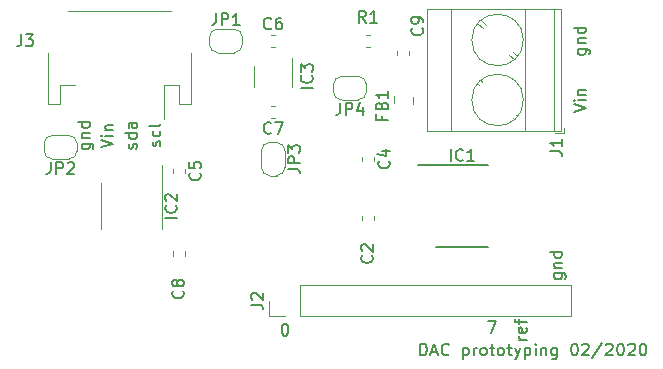
<source format=gto>
G04 #@! TF.GenerationSoftware,KiCad,Pcbnew,(5.1.5-0)*
G04 #@! TF.CreationDate,2020-02-09T15:42:12-07:00*
G04 #@! TF.ProjectId,dac_proto,6461635f-7072-46f7-946f-2e6b69636164,rev?*
G04 #@! TF.SameCoordinates,Original*
G04 #@! TF.FileFunction,Legend,Top*
G04 #@! TF.FilePolarity,Positive*
%FSLAX46Y46*%
G04 Gerber Fmt 4.6, Leading zero omitted, Abs format (unit mm)*
G04 Created by KiCad (PCBNEW (5.1.5-0)) date 2020-02-09 15:42:12*
%MOMM*%
%LPD*%
G04 APERTURE LIST*
%ADD10C,0.150000*%
%ADD11C,0.120000*%
G04 APERTURE END LIST*
D10*
X204166666Y-100702380D02*
X204833333Y-100702380D01*
X204404761Y-101702380D01*
X186952380Y-100952380D02*
X187047619Y-100952380D01*
X187142857Y-101000000D01*
X187190476Y-101047619D01*
X187238095Y-101142857D01*
X187285714Y-101333333D01*
X187285714Y-101571428D01*
X187238095Y-101761904D01*
X187190476Y-101857142D01*
X187142857Y-101904761D01*
X187047619Y-101952380D01*
X186952380Y-101952380D01*
X186857142Y-101904761D01*
X186809523Y-101857142D01*
X186761904Y-101761904D01*
X186714285Y-101571428D01*
X186714285Y-101333333D01*
X186761904Y-101142857D01*
X186809523Y-101047619D01*
X186857142Y-101000000D01*
X186952380Y-100952380D01*
X207452380Y-102285714D02*
X206785714Y-102285714D01*
X206976190Y-102285714D02*
X206880952Y-102238095D01*
X206833333Y-102190476D01*
X206785714Y-102095238D01*
X206785714Y-102000000D01*
X207404761Y-101285714D02*
X207452380Y-101380952D01*
X207452380Y-101571428D01*
X207404761Y-101666666D01*
X207309523Y-101714285D01*
X206928571Y-101714285D01*
X206833333Y-101666666D01*
X206785714Y-101571428D01*
X206785714Y-101380952D01*
X206833333Y-101285714D01*
X206928571Y-101238095D01*
X207023809Y-101238095D01*
X207119047Y-101714285D01*
X206785714Y-100952380D02*
X206785714Y-100571428D01*
X207452380Y-100809523D02*
X206595238Y-100809523D01*
X206500000Y-100761904D01*
X206452380Y-100666666D01*
X206452380Y-100571428D01*
X209785714Y-96690476D02*
X210595238Y-96690476D01*
X210690476Y-96738095D01*
X210738095Y-96785714D01*
X210785714Y-96880952D01*
X210785714Y-97023809D01*
X210738095Y-97119047D01*
X210404761Y-96690476D02*
X210452380Y-96785714D01*
X210452380Y-96976190D01*
X210404761Y-97071428D01*
X210357142Y-97119047D01*
X210261904Y-97166666D01*
X209976190Y-97166666D01*
X209880952Y-97119047D01*
X209833333Y-97071428D01*
X209785714Y-96976190D01*
X209785714Y-96785714D01*
X209833333Y-96690476D01*
X209785714Y-96214285D02*
X210452380Y-96214285D01*
X209880952Y-96214285D02*
X209833333Y-96166666D01*
X209785714Y-96071428D01*
X209785714Y-95928571D01*
X209833333Y-95833333D01*
X209928571Y-95785714D01*
X210452380Y-95785714D01*
X210452380Y-94880952D02*
X209452380Y-94880952D01*
X210404761Y-94880952D02*
X210452380Y-94976190D01*
X210452380Y-95166666D01*
X210404761Y-95261904D01*
X210357142Y-95309523D01*
X210261904Y-95357142D01*
X209976190Y-95357142D01*
X209880952Y-95309523D01*
X209833333Y-95261904D01*
X209785714Y-95166666D01*
X209785714Y-94976190D01*
X209833333Y-94880952D01*
X211785714Y-77690476D02*
X212595238Y-77690476D01*
X212690476Y-77738095D01*
X212738095Y-77785714D01*
X212785714Y-77880952D01*
X212785714Y-78023809D01*
X212738095Y-78119047D01*
X212404761Y-77690476D02*
X212452380Y-77785714D01*
X212452380Y-77976190D01*
X212404761Y-78071428D01*
X212357142Y-78119047D01*
X212261904Y-78166666D01*
X211976190Y-78166666D01*
X211880952Y-78119047D01*
X211833333Y-78071428D01*
X211785714Y-77976190D01*
X211785714Y-77785714D01*
X211833333Y-77690476D01*
X211785714Y-77214285D02*
X212452380Y-77214285D01*
X211880952Y-77214285D02*
X211833333Y-77166666D01*
X211785714Y-77071428D01*
X211785714Y-76928571D01*
X211833333Y-76833333D01*
X211928571Y-76785714D01*
X212452380Y-76785714D01*
X212452380Y-75880952D02*
X211452380Y-75880952D01*
X212404761Y-75880952D02*
X212452380Y-75976190D01*
X212452380Y-76166666D01*
X212404761Y-76261904D01*
X212357142Y-76309523D01*
X212261904Y-76357142D01*
X211976190Y-76357142D01*
X211880952Y-76309523D01*
X211833333Y-76261904D01*
X211785714Y-76166666D01*
X211785714Y-75976190D01*
X211833333Y-75880952D01*
X211452380Y-83023809D02*
X212452380Y-82690476D01*
X211452380Y-82357142D01*
X212452380Y-82023809D02*
X211785714Y-82023809D01*
X211452380Y-82023809D02*
X211500000Y-82071428D01*
X211547619Y-82023809D01*
X211500000Y-81976190D01*
X211452380Y-82023809D01*
X211547619Y-82023809D01*
X211785714Y-81547619D02*
X212452380Y-81547619D01*
X211880952Y-81547619D02*
X211833333Y-81500000D01*
X211785714Y-81404761D01*
X211785714Y-81261904D01*
X211833333Y-81166666D01*
X211928571Y-81119047D01*
X212452380Y-81119047D01*
X174404761Y-86119047D02*
X174452380Y-86023809D01*
X174452380Y-85833333D01*
X174404761Y-85738095D01*
X174309523Y-85690476D01*
X174261904Y-85690476D01*
X174166666Y-85738095D01*
X174119047Y-85833333D01*
X174119047Y-85976190D01*
X174071428Y-86071428D01*
X173976190Y-86119047D01*
X173928571Y-86119047D01*
X173833333Y-86071428D01*
X173785714Y-85976190D01*
X173785714Y-85833333D01*
X173833333Y-85738095D01*
X174452380Y-84833333D02*
X173452380Y-84833333D01*
X174404761Y-84833333D02*
X174452380Y-84928571D01*
X174452380Y-85119047D01*
X174404761Y-85214285D01*
X174357142Y-85261904D01*
X174261904Y-85309523D01*
X173976190Y-85309523D01*
X173880952Y-85261904D01*
X173833333Y-85214285D01*
X173785714Y-85119047D01*
X173785714Y-84928571D01*
X173833333Y-84833333D01*
X174452380Y-83928571D02*
X173928571Y-83928571D01*
X173833333Y-83976190D01*
X173785714Y-84071428D01*
X173785714Y-84261904D01*
X173833333Y-84357142D01*
X174404761Y-83928571D02*
X174452380Y-84023809D01*
X174452380Y-84261904D01*
X174404761Y-84357142D01*
X174309523Y-84404761D01*
X174214285Y-84404761D01*
X174119047Y-84357142D01*
X174071428Y-84261904D01*
X174071428Y-84023809D01*
X174023809Y-83928571D01*
X176404761Y-85904761D02*
X176452380Y-85809523D01*
X176452380Y-85619047D01*
X176404761Y-85523809D01*
X176309523Y-85476190D01*
X176261904Y-85476190D01*
X176166666Y-85523809D01*
X176119047Y-85619047D01*
X176119047Y-85761904D01*
X176071428Y-85857142D01*
X175976190Y-85904761D01*
X175928571Y-85904761D01*
X175833333Y-85857142D01*
X175785714Y-85761904D01*
X175785714Y-85619047D01*
X175833333Y-85523809D01*
X176404761Y-84619047D02*
X176452380Y-84714285D01*
X176452380Y-84904761D01*
X176404761Y-85000000D01*
X176357142Y-85047619D01*
X176261904Y-85095238D01*
X175976190Y-85095238D01*
X175880952Y-85047619D01*
X175833333Y-85000000D01*
X175785714Y-84904761D01*
X175785714Y-84714285D01*
X175833333Y-84619047D01*
X176452380Y-84047619D02*
X176404761Y-84142857D01*
X176309523Y-84190476D01*
X175452380Y-84190476D01*
X171452380Y-86023809D02*
X172452380Y-85690476D01*
X171452380Y-85357142D01*
X172452380Y-85023809D02*
X171785714Y-85023809D01*
X171452380Y-85023809D02*
X171500000Y-85071428D01*
X171547619Y-85023809D01*
X171500000Y-84976190D01*
X171452380Y-85023809D01*
X171547619Y-85023809D01*
X171785714Y-84547619D02*
X172452380Y-84547619D01*
X171880952Y-84547619D02*
X171833333Y-84500000D01*
X171785714Y-84404761D01*
X171785714Y-84261904D01*
X171833333Y-84166666D01*
X171928571Y-84119047D01*
X172452380Y-84119047D01*
X169785714Y-85690476D02*
X170595238Y-85690476D01*
X170690476Y-85738095D01*
X170738095Y-85785714D01*
X170785714Y-85880952D01*
X170785714Y-86023809D01*
X170738095Y-86119047D01*
X170404761Y-85690476D02*
X170452380Y-85785714D01*
X170452380Y-85976190D01*
X170404761Y-86071428D01*
X170357142Y-86119047D01*
X170261904Y-86166666D01*
X169976190Y-86166666D01*
X169880952Y-86119047D01*
X169833333Y-86071428D01*
X169785714Y-85976190D01*
X169785714Y-85785714D01*
X169833333Y-85690476D01*
X169785714Y-85214285D02*
X170452380Y-85214285D01*
X169880952Y-85214285D02*
X169833333Y-85166666D01*
X169785714Y-85071428D01*
X169785714Y-84928571D01*
X169833333Y-84833333D01*
X169928571Y-84785714D01*
X170452380Y-84785714D01*
X170452380Y-83880952D02*
X169452380Y-83880952D01*
X170404761Y-83880952D02*
X170452380Y-83976190D01*
X170452380Y-84166666D01*
X170404761Y-84261904D01*
X170357142Y-84309523D01*
X170261904Y-84357142D01*
X169976190Y-84357142D01*
X169880952Y-84309523D01*
X169833333Y-84261904D01*
X169785714Y-84166666D01*
X169785714Y-83976190D01*
X169833333Y-83880952D01*
X198452380Y-103627380D02*
X198452380Y-102627380D01*
X198690476Y-102627380D01*
X198833333Y-102675000D01*
X198928571Y-102770238D01*
X198976190Y-102865476D01*
X199023809Y-103055952D01*
X199023809Y-103198809D01*
X198976190Y-103389285D01*
X198928571Y-103484523D01*
X198833333Y-103579761D01*
X198690476Y-103627380D01*
X198452380Y-103627380D01*
X199404761Y-103341666D02*
X199880952Y-103341666D01*
X199309523Y-103627380D02*
X199642857Y-102627380D01*
X199976190Y-103627380D01*
X200880952Y-103532142D02*
X200833333Y-103579761D01*
X200690476Y-103627380D01*
X200595238Y-103627380D01*
X200452380Y-103579761D01*
X200357142Y-103484523D01*
X200309523Y-103389285D01*
X200261904Y-103198809D01*
X200261904Y-103055952D01*
X200309523Y-102865476D01*
X200357142Y-102770238D01*
X200452380Y-102675000D01*
X200595238Y-102627380D01*
X200690476Y-102627380D01*
X200833333Y-102675000D01*
X200880952Y-102722619D01*
X202071428Y-102960714D02*
X202071428Y-103960714D01*
X202071428Y-103008333D02*
X202166666Y-102960714D01*
X202357142Y-102960714D01*
X202452380Y-103008333D01*
X202500000Y-103055952D01*
X202547619Y-103151190D01*
X202547619Y-103436904D01*
X202500000Y-103532142D01*
X202452380Y-103579761D01*
X202357142Y-103627380D01*
X202166666Y-103627380D01*
X202071428Y-103579761D01*
X202976190Y-103627380D02*
X202976190Y-102960714D01*
X202976190Y-103151190D02*
X203023809Y-103055952D01*
X203071428Y-103008333D01*
X203166666Y-102960714D01*
X203261904Y-102960714D01*
X203738095Y-103627380D02*
X203642857Y-103579761D01*
X203595238Y-103532142D01*
X203547619Y-103436904D01*
X203547619Y-103151190D01*
X203595238Y-103055952D01*
X203642857Y-103008333D01*
X203738095Y-102960714D01*
X203880952Y-102960714D01*
X203976190Y-103008333D01*
X204023809Y-103055952D01*
X204071428Y-103151190D01*
X204071428Y-103436904D01*
X204023809Y-103532142D01*
X203976190Y-103579761D01*
X203880952Y-103627380D01*
X203738095Y-103627380D01*
X204357142Y-102960714D02*
X204738095Y-102960714D01*
X204500000Y-102627380D02*
X204500000Y-103484523D01*
X204547619Y-103579761D01*
X204642857Y-103627380D01*
X204738095Y-103627380D01*
X205214285Y-103627380D02*
X205119047Y-103579761D01*
X205071428Y-103532142D01*
X205023809Y-103436904D01*
X205023809Y-103151190D01*
X205071428Y-103055952D01*
X205119047Y-103008333D01*
X205214285Y-102960714D01*
X205357142Y-102960714D01*
X205452380Y-103008333D01*
X205500000Y-103055952D01*
X205547619Y-103151190D01*
X205547619Y-103436904D01*
X205500000Y-103532142D01*
X205452380Y-103579761D01*
X205357142Y-103627380D01*
X205214285Y-103627380D01*
X205833333Y-102960714D02*
X206214285Y-102960714D01*
X205976190Y-102627380D02*
X205976190Y-103484523D01*
X206023809Y-103579761D01*
X206119047Y-103627380D01*
X206214285Y-103627380D01*
X206452380Y-102960714D02*
X206690476Y-103627380D01*
X206928571Y-102960714D02*
X206690476Y-103627380D01*
X206595238Y-103865476D01*
X206547619Y-103913095D01*
X206452380Y-103960714D01*
X207309523Y-102960714D02*
X207309523Y-103960714D01*
X207309523Y-103008333D02*
X207404761Y-102960714D01*
X207595238Y-102960714D01*
X207690476Y-103008333D01*
X207738095Y-103055952D01*
X207785714Y-103151190D01*
X207785714Y-103436904D01*
X207738095Y-103532142D01*
X207690476Y-103579761D01*
X207595238Y-103627380D01*
X207404761Y-103627380D01*
X207309523Y-103579761D01*
X208214285Y-103627380D02*
X208214285Y-102960714D01*
X208214285Y-102627380D02*
X208166666Y-102675000D01*
X208214285Y-102722619D01*
X208261904Y-102675000D01*
X208214285Y-102627380D01*
X208214285Y-102722619D01*
X208690476Y-102960714D02*
X208690476Y-103627380D01*
X208690476Y-103055952D02*
X208738095Y-103008333D01*
X208833333Y-102960714D01*
X208976190Y-102960714D01*
X209071428Y-103008333D01*
X209119047Y-103103571D01*
X209119047Y-103627380D01*
X210023809Y-102960714D02*
X210023809Y-103770238D01*
X209976190Y-103865476D01*
X209928571Y-103913095D01*
X209833333Y-103960714D01*
X209690476Y-103960714D01*
X209595238Y-103913095D01*
X210023809Y-103579761D02*
X209928571Y-103627380D01*
X209738095Y-103627380D01*
X209642857Y-103579761D01*
X209595238Y-103532142D01*
X209547619Y-103436904D01*
X209547619Y-103151190D01*
X209595238Y-103055952D01*
X209642857Y-103008333D01*
X209738095Y-102960714D01*
X209928571Y-102960714D01*
X210023809Y-103008333D01*
X211452380Y-102627380D02*
X211547619Y-102627380D01*
X211642857Y-102675000D01*
X211690476Y-102722619D01*
X211738095Y-102817857D01*
X211785714Y-103008333D01*
X211785714Y-103246428D01*
X211738095Y-103436904D01*
X211690476Y-103532142D01*
X211642857Y-103579761D01*
X211547619Y-103627380D01*
X211452380Y-103627380D01*
X211357142Y-103579761D01*
X211309523Y-103532142D01*
X211261904Y-103436904D01*
X211214285Y-103246428D01*
X211214285Y-103008333D01*
X211261904Y-102817857D01*
X211309523Y-102722619D01*
X211357142Y-102675000D01*
X211452380Y-102627380D01*
X212166666Y-102722619D02*
X212214285Y-102675000D01*
X212309523Y-102627380D01*
X212547619Y-102627380D01*
X212642857Y-102675000D01*
X212690476Y-102722619D01*
X212738095Y-102817857D01*
X212738095Y-102913095D01*
X212690476Y-103055952D01*
X212119047Y-103627380D01*
X212738095Y-103627380D01*
X213880952Y-102579761D02*
X213023809Y-103865476D01*
X214166666Y-102722619D02*
X214214285Y-102675000D01*
X214309523Y-102627380D01*
X214547619Y-102627380D01*
X214642857Y-102675000D01*
X214690476Y-102722619D01*
X214738095Y-102817857D01*
X214738095Y-102913095D01*
X214690476Y-103055952D01*
X214119047Y-103627380D01*
X214738095Y-103627380D01*
X215357142Y-102627380D02*
X215452380Y-102627380D01*
X215547619Y-102675000D01*
X215595238Y-102722619D01*
X215642857Y-102817857D01*
X215690476Y-103008333D01*
X215690476Y-103246428D01*
X215642857Y-103436904D01*
X215595238Y-103532142D01*
X215547619Y-103579761D01*
X215452380Y-103627380D01*
X215357142Y-103627380D01*
X215261904Y-103579761D01*
X215214285Y-103532142D01*
X215166666Y-103436904D01*
X215119047Y-103246428D01*
X215119047Y-103008333D01*
X215166666Y-102817857D01*
X215214285Y-102722619D01*
X215261904Y-102675000D01*
X215357142Y-102627380D01*
X216071428Y-102722619D02*
X216119047Y-102675000D01*
X216214285Y-102627380D01*
X216452380Y-102627380D01*
X216547619Y-102675000D01*
X216595238Y-102722619D01*
X216642857Y-102817857D01*
X216642857Y-102913095D01*
X216595238Y-103055952D01*
X216023809Y-103627380D01*
X216642857Y-103627380D01*
X217261904Y-102627380D02*
X217357142Y-102627380D01*
X217452380Y-102675000D01*
X217499999Y-102722619D01*
X217547619Y-102817857D01*
X217595238Y-103008333D01*
X217595238Y-103246428D01*
X217547619Y-103436904D01*
X217499999Y-103532142D01*
X217452380Y-103579761D01*
X217357142Y-103627380D01*
X217261904Y-103627380D01*
X217166666Y-103579761D01*
X217119047Y-103532142D01*
X217071428Y-103436904D01*
X217023809Y-103246428D01*
X217023809Y-103008333D01*
X217071428Y-102817857D01*
X217119047Y-102722619D01*
X217166666Y-102675000D01*
X217261904Y-102627380D01*
D11*
X187610000Y-80900000D02*
X187610000Y-78450000D01*
X184390000Y-79100000D02*
X184390000Y-80900000D01*
X194171267Y-76490000D02*
X193828733Y-76490000D01*
X194171267Y-77510000D02*
X193828733Y-77510000D01*
X193200000Y-82000000D02*
X191800000Y-82000000D01*
X191100000Y-81300000D02*
X191100000Y-80700000D01*
X191800000Y-80000000D02*
X193200000Y-80000000D01*
X193900000Y-80700000D02*
X193900000Y-81300000D01*
X193900000Y-81300000D02*
G75*
G02X193200000Y-82000000I-700000J0D01*
G01*
X193200000Y-80000000D02*
G75*
G02X193900000Y-80700000I0J-700000D01*
G01*
X191100000Y-80700000D02*
G75*
G02X191800000Y-80000000I700000J0D01*
G01*
X191800000Y-82000000D02*
G75*
G02X191100000Y-81300000I0J700000D01*
G01*
X187000000Y-86300000D02*
X187000000Y-87700000D01*
X186300000Y-88400000D02*
X185700000Y-88400000D01*
X185000000Y-87700000D02*
X185000000Y-86300000D01*
X185700000Y-85600000D02*
X186300000Y-85600000D01*
X186300000Y-85600000D02*
G75*
G02X187000000Y-86300000I0J-700000D01*
G01*
X185000000Y-86300000D02*
G75*
G02X185700000Y-85600000I700000J0D01*
G01*
X185700000Y-88400000D02*
G75*
G02X185000000Y-87700000I0J700000D01*
G01*
X187000000Y-87700000D02*
G75*
G02X186300000Y-88400000I-700000J0D01*
G01*
X168700000Y-87000000D02*
X167300000Y-87000000D01*
X166600000Y-86300000D02*
X166600000Y-85700000D01*
X167300000Y-85000000D02*
X168700000Y-85000000D01*
X169400000Y-85700000D02*
X169400000Y-86300000D01*
X169400000Y-86300000D02*
G75*
G02X168700000Y-87000000I-700000J0D01*
G01*
X168700000Y-85000000D02*
G75*
G02X169400000Y-85700000I0J-700000D01*
G01*
X166600000Y-85700000D02*
G75*
G02X167300000Y-85000000I700000J0D01*
G01*
X167300000Y-87000000D02*
G75*
G02X166600000Y-86300000I0J700000D01*
G01*
X181300000Y-76000000D02*
X182700000Y-76000000D01*
X183400000Y-76700000D02*
X183400000Y-77300000D01*
X182700000Y-78000000D02*
X181300000Y-78000000D01*
X180600000Y-77300000D02*
X180600000Y-76700000D01*
X180600000Y-76700000D02*
G75*
G02X181300000Y-76000000I700000J0D01*
G01*
X181300000Y-78000000D02*
G75*
G02X180600000Y-77300000I0J700000D01*
G01*
X183400000Y-77300000D02*
G75*
G02X182700000Y-78000000I-700000J0D01*
G01*
X182700000Y-76000000D02*
G75*
G02X183400000Y-76700000I0J-700000D01*
G01*
X210600000Y-84840000D02*
X210600000Y-84340000D01*
X209860000Y-84840000D02*
X210600000Y-84840000D01*
X205992000Y-78178000D02*
X206388000Y-78573000D01*
X203346000Y-75532000D02*
X203726000Y-75912000D01*
X206274000Y-77927000D02*
X206654000Y-78307000D01*
X203612000Y-75266000D02*
X204008000Y-75661000D01*
X206281000Y-83548000D02*
X206388000Y-83654000D01*
X203346000Y-80612000D02*
X203453000Y-80719000D01*
X206547000Y-83282000D02*
X206654000Y-83388000D01*
X203612000Y-80346000D02*
X203719000Y-80453000D01*
X199040000Y-74320000D02*
X210360000Y-74320000D01*
X199040000Y-84600000D02*
X210360000Y-84600000D01*
X210360000Y-84600000D02*
X210360000Y-74320000D01*
X199040000Y-84600000D02*
X199040000Y-74320000D01*
X201100000Y-84600000D02*
X201100000Y-74320000D01*
X207300000Y-84600000D02*
X207300000Y-74320000D01*
X209800000Y-84600000D02*
X209800000Y-74320000D01*
X207180000Y-76920000D02*
G75*
G03X207180000Y-76920000I-2180000J0D01*
G01*
X207180000Y-82000000D02*
G75*
G03X207180000Y-82000000I-2180000J0D01*
G01*
X185670000Y-100330000D02*
X185670000Y-99000000D01*
X187000000Y-100330000D02*
X185670000Y-100330000D01*
X188270000Y-100330000D02*
X188270000Y-97670000D01*
X188270000Y-97670000D02*
X211190000Y-97670000D01*
X188270000Y-100330000D02*
X211190000Y-100330000D01*
X211190000Y-100330000D02*
X211190000Y-97670000D01*
X177340000Y-74490000D02*
X168660000Y-74490000D01*
X167960000Y-80710000D02*
X169240000Y-80710000D01*
X167960000Y-82310000D02*
X167960000Y-80710000D01*
X166940000Y-82310000D02*
X167960000Y-82310000D01*
X166940000Y-78060000D02*
X166940000Y-82310000D01*
X176760000Y-80710000D02*
X176760000Y-83600000D01*
X178040000Y-80710000D02*
X176760000Y-80710000D01*
X178040000Y-82310000D02*
X178040000Y-80710000D01*
X179060000Y-82310000D02*
X178040000Y-82310000D01*
X179060000Y-78060000D02*
X179060000Y-82310000D01*
X176560000Y-91000000D02*
X176560000Y-87550000D01*
X176560000Y-91000000D02*
X176560000Y-92950000D01*
X171440000Y-91000000D02*
X171440000Y-89050000D01*
X171440000Y-91000000D02*
X171440000Y-92950000D01*
D10*
X198250000Y-87550000D02*
X204225000Y-87550000D01*
X199775000Y-94450000D02*
X204225000Y-94450000D01*
D11*
X196200000Y-82300000D02*
X196200000Y-81700000D01*
X197800000Y-82320000D02*
X197800000Y-81720000D01*
X197510000Y-78171267D02*
X197510000Y-77828733D01*
X196490000Y-78171267D02*
X196490000Y-77828733D01*
X177490000Y-94828733D02*
X177490000Y-95171267D01*
X178510000Y-94828733D02*
X178510000Y-95171267D01*
X186171267Y-82490000D02*
X185828733Y-82490000D01*
X186171267Y-83510000D02*
X185828733Y-83510000D01*
X185828733Y-77510000D02*
X186171267Y-77510000D01*
X185828733Y-76490000D02*
X186171267Y-76490000D01*
X177490000Y-87828733D02*
X177490000Y-88171267D01*
X178510000Y-87828733D02*
X178510000Y-88171267D01*
X193490000Y-86828733D02*
X193490000Y-87171267D01*
X194510000Y-86828733D02*
X194510000Y-87171267D01*
X194510000Y-92171267D02*
X194510000Y-91828733D01*
X193490000Y-92171267D02*
X193490000Y-91828733D01*
D10*
X189352380Y-80976190D02*
X188352380Y-80976190D01*
X189257142Y-79928571D02*
X189304761Y-79976190D01*
X189352380Y-80119047D01*
X189352380Y-80214285D01*
X189304761Y-80357142D01*
X189209523Y-80452380D01*
X189114285Y-80500000D01*
X188923809Y-80547619D01*
X188780952Y-80547619D01*
X188590476Y-80500000D01*
X188495238Y-80452380D01*
X188400000Y-80357142D01*
X188352380Y-80214285D01*
X188352380Y-80119047D01*
X188400000Y-79976190D01*
X188447619Y-79928571D01*
X188352380Y-79595238D02*
X188352380Y-78976190D01*
X188733333Y-79309523D01*
X188733333Y-79166666D01*
X188780952Y-79071428D01*
X188828571Y-79023809D01*
X188923809Y-78976190D01*
X189161904Y-78976190D01*
X189257142Y-79023809D01*
X189304761Y-79071428D01*
X189352380Y-79166666D01*
X189352380Y-79452380D01*
X189304761Y-79547619D01*
X189257142Y-79595238D01*
X193833333Y-75452380D02*
X193500000Y-74976190D01*
X193261904Y-75452380D02*
X193261904Y-74452380D01*
X193642857Y-74452380D01*
X193738095Y-74500000D01*
X193785714Y-74547619D01*
X193833333Y-74642857D01*
X193833333Y-74785714D01*
X193785714Y-74880952D01*
X193738095Y-74928571D01*
X193642857Y-74976190D01*
X193261904Y-74976190D01*
X194785714Y-75452380D02*
X194214285Y-75452380D01*
X194500000Y-75452380D02*
X194500000Y-74452380D01*
X194404761Y-74595238D01*
X194309523Y-74690476D01*
X194214285Y-74738095D01*
X191666666Y-82252380D02*
X191666666Y-82966666D01*
X191619047Y-83109523D01*
X191523809Y-83204761D01*
X191380952Y-83252380D01*
X191285714Y-83252380D01*
X192142857Y-83252380D02*
X192142857Y-82252380D01*
X192523809Y-82252380D01*
X192619047Y-82300000D01*
X192666666Y-82347619D01*
X192714285Y-82442857D01*
X192714285Y-82585714D01*
X192666666Y-82680952D01*
X192619047Y-82728571D01*
X192523809Y-82776190D01*
X192142857Y-82776190D01*
X193571428Y-82585714D02*
X193571428Y-83252380D01*
X193333333Y-82204761D02*
X193095238Y-82919047D01*
X193714285Y-82919047D01*
X187252380Y-87833333D02*
X187966666Y-87833333D01*
X188109523Y-87880952D01*
X188204761Y-87976190D01*
X188252380Y-88119047D01*
X188252380Y-88214285D01*
X188252380Y-87357142D02*
X187252380Y-87357142D01*
X187252380Y-86976190D01*
X187300000Y-86880952D01*
X187347619Y-86833333D01*
X187442857Y-86785714D01*
X187585714Y-86785714D01*
X187680952Y-86833333D01*
X187728571Y-86880952D01*
X187776190Y-86976190D01*
X187776190Y-87357142D01*
X187252380Y-86452380D02*
X187252380Y-85833333D01*
X187633333Y-86166666D01*
X187633333Y-86023809D01*
X187680952Y-85928571D01*
X187728571Y-85880952D01*
X187823809Y-85833333D01*
X188061904Y-85833333D01*
X188157142Y-85880952D01*
X188204761Y-85928571D01*
X188252380Y-86023809D01*
X188252380Y-86309523D01*
X188204761Y-86404761D01*
X188157142Y-86452380D01*
X167166666Y-87252380D02*
X167166666Y-87966666D01*
X167119047Y-88109523D01*
X167023809Y-88204761D01*
X166880952Y-88252380D01*
X166785714Y-88252380D01*
X167642857Y-88252380D02*
X167642857Y-87252380D01*
X168023809Y-87252380D01*
X168119047Y-87300000D01*
X168166666Y-87347619D01*
X168214285Y-87442857D01*
X168214285Y-87585714D01*
X168166666Y-87680952D01*
X168119047Y-87728571D01*
X168023809Y-87776190D01*
X167642857Y-87776190D01*
X168595238Y-87347619D02*
X168642857Y-87300000D01*
X168738095Y-87252380D01*
X168976190Y-87252380D01*
X169071428Y-87300000D01*
X169119047Y-87347619D01*
X169166666Y-87442857D01*
X169166666Y-87538095D01*
X169119047Y-87680952D01*
X168547619Y-88252380D01*
X169166666Y-88252380D01*
X181166666Y-74652380D02*
X181166666Y-75366666D01*
X181119047Y-75509523D01*
X181023809Y-75604761D01*
X180880952Y-75652380D01*
X180785714Y-75652380D01*
X181642857Y-75652380D02*
X181642857Y-74652380D01*
X182023809Y-74652380D01*
X182119047Y-74700000D01*
X182166666Y-74747619D01*
X182214285Y-74842857D01*
X182214285Y-74985714D01*
X182166666Y-75080952D01*
X182119047Y-75128571D01*
X182023809Y-75176190D01*
X181642857Y-75176190D01*
X183166666Y-75652380D02*
X182595238Y-75652380D01*
X182880952Y-75652380D02*
X182880952Y-74652380D01*
X182785714Y-74795238D01*
X182690476Y-74890476D01*
X182595238Y-74938095D01*
X209452380Y-86333333D02*
X210166666Y-86333333D01*
X210309523Y-86380952D01*
X210404761Y-86476190D01*
X210452380Y-86619047D01*
X210452380Y-86714285D01*
X210452380Y-85333333D02*
X210452380Y-85904761D01*
X210452380Y-85619047D02*
X209452380Y-85619047D01*
X209595238Y-85714285D01*
X209690476Y-85809523D01*
X209738095Y-85904761D01*
X184122380Y-99333333D02*
X184836666Y-99333333D01*
X184979523Y-99380952D01*
X185074761Y-99476190D01*
X185122380Y-99619047D01*
X185122380Y-99714285D01*
X184217619Y-98904761D02*
X184170000Y-98857142D01*
X184122380Y-98761904D01*
X184122380Y-98523809D01*
X184170000Y-98428571D01*
X184217619Y-98380952D01*
X184312857Y-98333333D01*
X184408095Y-98333333D01*
X184550952Y-98380952D01*
X185122380Y-98952380D01*
X185122380Y-98333333D01*
X164666666Y-76452380D02*
X164666666Y-77166666D01*
X164619047Y-77309523D01*
X164523809Y-77404761D01*
X164380952Y-77452380D01*
X164285714Y-77452380D01*
X165047619Y-76452380D02*
X165666666Y-76452380D01*
X165333333Y-76833333D01*
X165476190Y-76833333D01*
X165571428Y-76880952D01*
X165619047Y-76928571D01*
X165666666Y-77023809D01*
X165666666Y-77261904D01*
X165619047Y-77357142D01*
X165571428Y-77404761D01*
X165476190Y-77452380D01*
X165190476Y-77452380D01*
X165095238Y-77404761D01*
X165047619Y-77357142D01*
X177852380Y-91976190D02*
X176852380Y-91976190D01*
X177757142Y-90928571D02*
X177804761Y-90976190D01*
X177852380Y-91119047D01*
X177852380Y-91214285D01*
X177804761Y-91357142D01*
X177709523Y-91452380D01*
X177614285Y-91500000D01*
X177423809Y-91547619D01*
X177280952Y-91547619D01*
X177090476Y-91500000D01*
X176995238Y-91452380D01*
X176900000Y-91357142D01*
X176852380Y-91214285D01*
X176852380Y-91119047D01*
X176900000Y-90976190D01*
X176947619Y-90928571D01*
X176947619Y-90547619D02*
X176900000Y-90500000D01*
X176852380Y-90404761D01*
X176852380Y-90166666D01*
X176900000Y-90071428D01*
X176947619Y-90023809D01*
X177042857Y-89976190D01*
X177138095Y-89976190D01*
X177280952Y-90023809D01*
X177852380Y-90595238D01*
X177852380Y-89976190D01*
X201023809Y-87152380D02*
X201023809Y-86152380D01*
X202071428Y-87057142D02*
X202023809Y-87104761D01*
X201880952Y-87152380D01*
X201785714Y-87152380D01*
X201642857Y-87104761D01*
X201547619Y-87009523D01*
X201500000Y-86914285D01*
X201452380Y-86723809D01*
X201452380Y-86580952D01*
X201500000Y-86390476D01*
X201547619Y-86295238D01*
X201642857Y-86200000D01*
X201785714Y-86152380D01*
X201880952Y-86152380D01*
X202023809Y-86200000D01*
X202071428Y-86247619D01*
X203023809Y-87152380D02*
X202452380Y-87152380D01*
X202738095Y-87152380D02*
X202738095Y-86152380D01*
X202642857Y-86295238D01*
X202547619Y-86390476D01*
X202452380Y-86438095D01*
X195178571Y-83333333D02*
X195178571Y-83666666D01*
X195702380Y-83666666D02*
X194702380Y-83666666D01*
X194702380Y-83190476D01*
X195178571Y-82476190D02*
X195226190Y-82333333D01*
X195273809Y-82285714D01*
X195369047Y-82238095D01*
X195511904Y-82238095D01*
X195607142Y-82285714D01*
X195654761Y-82333333D01*
X195702380Y-82428571D01*
X195702380Y-82809523D01*
X194702380Y-82809523D01*
X194702380Y-82476190D01*
X194750000Y-82380952D01*
X194797619Y-82333333D01*
X194892857Y-82285714D01*
X194988095Y-82285714D01*
X195083333Y-82333333D01*
X195130952Y-82380952D01*
X195178571Y-82476190D01*
X195178571Y-82809523D01*
X195702380Y-81285714D02*
X195702380Y-81857142D01*
X195702380Y-81571428D02*
X194702380Y-81571428D01*
X194845238Y-81666666D01*
X194940476Y-81761904D01*
X194988095Y-81857142D01*
X198607142Y-75916666D02*
X198654761Y-75964285D01*
X198702380Y-76107142D01*
X198702380Y-76202380D01*
X198654761Y-76345238D01*
X198559523Y-76440476D01*
X198464285Y-76488095D01*
X198273809Y-76535714D01*
X198130952Y-76535714D01*
X197940476Y-76488095D01*
X197845238Y-76440476D01*
X197750000Y-76345238D01*
X197702380Y-76202380D01*
X197702380Y-76107142D01*
X197750000Y-75964285D01*
X197797619Y-75916666D01*
X198702380Y-75440476D02*
X198702380Y-75250000D01*
X198654761Y-75154761D01*
X198607142Y-75107142D01*
X198464285Y-75011904D01*
X198273809Y-74964285D01*
X197892857Y-74964285D01*
X197797619Y-75011904D01*
X197750000Y-75059523D01*
X197702380Y-75154761D01*
X197702380Y-75345238D01*
X197750000Y-75440476D01*
X197797619Y-75488095D01*
X197892857Y-75535714D01*
X198130952Y-75535714D01*
X198226190Y-75488095D01*
X198273809Y-75440476D01*
X198321428Y-75345238D01*
X198321428Y-75154761D01*
X198273809Y-75059523D01*
X198226190Y-75011904D01*
X198130952Y-74964285D01*
X178357142Y-98166666D02*
X178404761Y-98214285D01*
X178452380Y-98357142D01*
X178452380Y-98452380D01*
X178404761Y-98595238D01*
X178309523Y-98690476D01*
X178214285Y-98738095D01*
X178023809Y-98785714D01*
X177880952Y-98785714D01*
X177690476Y-98738095D01*
X177595238Y-98690476D01*
X177500000Y-98595238D01*
X177452380Y-98452380D01*
X177452380Y-98357142D01*
X177500000Y-98214285D01*
X177547619Y-98166666D01*
X177880952Y-97595238D02*
X177833333Y-97690476D01*
X177785714Y-97738095D01*
X177690476Y-97785714D01*
X177642857Y-97785714D01*
X177547619Y-97738095D01*
X177500000Y-97690476D01*
X177452380Y-97595238D01*
X177452380Y-97404761D01*
X177500000Y-97309523D01*
X177547619Y-97261904D01*
X177642857Y-97214285D01*
X177690476Y-97214285D01*
X177785714Y-97261904D01*
X177833333Y-97309523D01*
X177880952Y-97404761D01*
X177880952Y-97595238D01*
X177928571Y-97690476D01*
X177976190Y-97738095D01*
X178071428Y-97785714D01*
X178261904Y-97785714D01*
X178357142Y-97738095D01*
X178404761Y-97690476D01*
X178452380Y-97595238D01*
X178452380Y-97404761D01*
X178404761Y-97309523D01*
X178357142Y-97261904D01*
X178261904Y-97214285D01*
X178071428Y-97214285D01*
X177976190Y-97261904D01*
X177928571Y-97309523D01*
X177880952Y-97404761D01*
X185833333Y-84787142D02*
X185785714Y-84834761D01*
X185642857Y-84882380D01*
X185547619Y-84882380D01*
X185404761Y-84834761D01*
X185309523Y-84739523D01*
X185261904Y-84644285D01*
X185214285Y-84453809D01*
X185214285Y-84310952D01*
X185261904Y-84120476D01*
X185309523Y-84025238D01*
X185404761Y-83930000D01*
X185547619Y-83882380D01*
X185642857Y-83882380D01*
X185785714Y-83930000D01*
X185833333Y-83977619D01*
X186166666Y-83882380D02*
X186833333Y-83882380D01*
X186404761Y-84882380D01*
X185833333Y-75927142D02*
X185785714Y-75974761D01*
X185642857Y-76022380D01*
X185547619Y-76022380D01*
X185404761Y-75974761D01*
X185309523Y-75879523D01*
X185261904Y-75784285D01*
X185214285Y-75593809D01*
X185214285Y-75450952D01*
X185261904Y-75260476D01*
X185309523Y-75165238D01*
X185404761Y-75070000D01*
X185547619Y-75022380D01*
X185642857Y-75022380D01*
X185785714Y-75070000D01*
X185833333Y-75117619D01*
X186690476Y-75022380D02*
X186500000Y-75022380D01*
X186404761Y-75070000D01*
X186357142Y-75117619D01*
X186261904Y-75260476D01*
X186214285Y-75450952D01*
X186214285Y-75831904D01*
X186261904Y-75927142D01*
X186309523Y-75974761D01*
X186404761Y-76022380D01*
X186595238Y-76022380D01*
X186690476Y-75974761D01*
X186738095Y-75927142D01*
X186785714Y-75831904D01*
X186785714Y-75593809D01*
X186738095Y-75498571D01*
X186690476Y-75450952D01*
X186595238Y-75403333D01*
X186404761Y-75403333D01*
X186309523Y-75450952D01*
X186261904Y-75498571D01*
X186214285Y-75593809D01*
X179787142Y-88166666D02*
X179834761Y-88214285D01*
X179882380Y-88357142D01*
X179882380Y-88452380D01*
X179834761Y-88595238D01*
X179739523Y-88690476D01*
X179644285Y-88738095D01*
X179453809Y-88785714D01*
X179310952Y-88785714D01*
X179120476Y-88738095D01*
X179025238Y-88690476D01*
X178930000Y-88595238D01*
X178882380Y-88452380D01*
X178882380Y-88357142D01*
X178930000Y-88214285D01*
X178977619Y-88166666D01*
X178882380Y-87261904D02*
X178882380Y-87738095D01*
X179358571Y-87785714D01*
X179310952Y-87738095D01*
X179263333Y-87642857D01*
X179263333Y-87404761D01*
X179310952Y-87309523D01*
X179358571Y-87261904D01*
X179453809Y-87214285D01*
X179691904Y-87214285D01*
X179787142Y-87261904D01*
X179834761Y-87309523D01*
X179882380Y-87404761D01*
X179882380Y-87642857D01*
X179834761Y-87738095D01*
X179787142Y-87785714D01*
X195787142Y-87166666D02*
X195834761Y-87214285D01*
X195882380Y-87357142D01*
X195882380Y-87452380D01*
X195834761Y-87595238D01*
X195739523Y-87690476D01*
X195644285Y-87738095D01*
X195453809Y-87785714D01*
X195310952Y-87785714D01*
X195120476Y-87738095D01*
X195025238Y-87690476D01*
X194930000Y-87595238D01*
X194882380Y-87452380D01*
X194882380Y-87357142D01*
X194930000Y-87214285D01*
X194977619Y-87166666D01*
X195215714Y-86309523D02*
X195882380Y-86309523D01*
X194834761Y-86547619D02*
X195549047Y-86785714D01*
X195549047Y-86166666D01*
X194357142Y-95166666D02*
X194404761Y-95214285D01*
X194452380Y-95357142D01*
X194452380Y-95452380D01*
X194404761Y-95595238D01*
X194309523Y-95690476D01*
X194214285Y-95738095D01*
X194023809Y-95785714D01*
X193880952Y-95785714D01*
X193690476Y-95738095D01*
X193595238Y-95690476D01*
X193500000Y-95595238D01*
X193452380Y-95452380D01*
X193452380Y-95357142D01*
X193500000Y-95214285D01*
X193547619Y-95166666D01*
X193547619Y-94785714D02*
X193500000Y-94738095D01*
X193452380Y-94642857D01*
X193452380Y-94404761D01*
X193500000Y-94309523D01*
X193547619Y-94261904D01*
X193642857Y-94214285D01*
X193738095Y-94214285D01*
X193880952Y-94261904D01*
X194452380Y-94833333D01*
X194452380Y-94214285D01*
M02*

</source>
